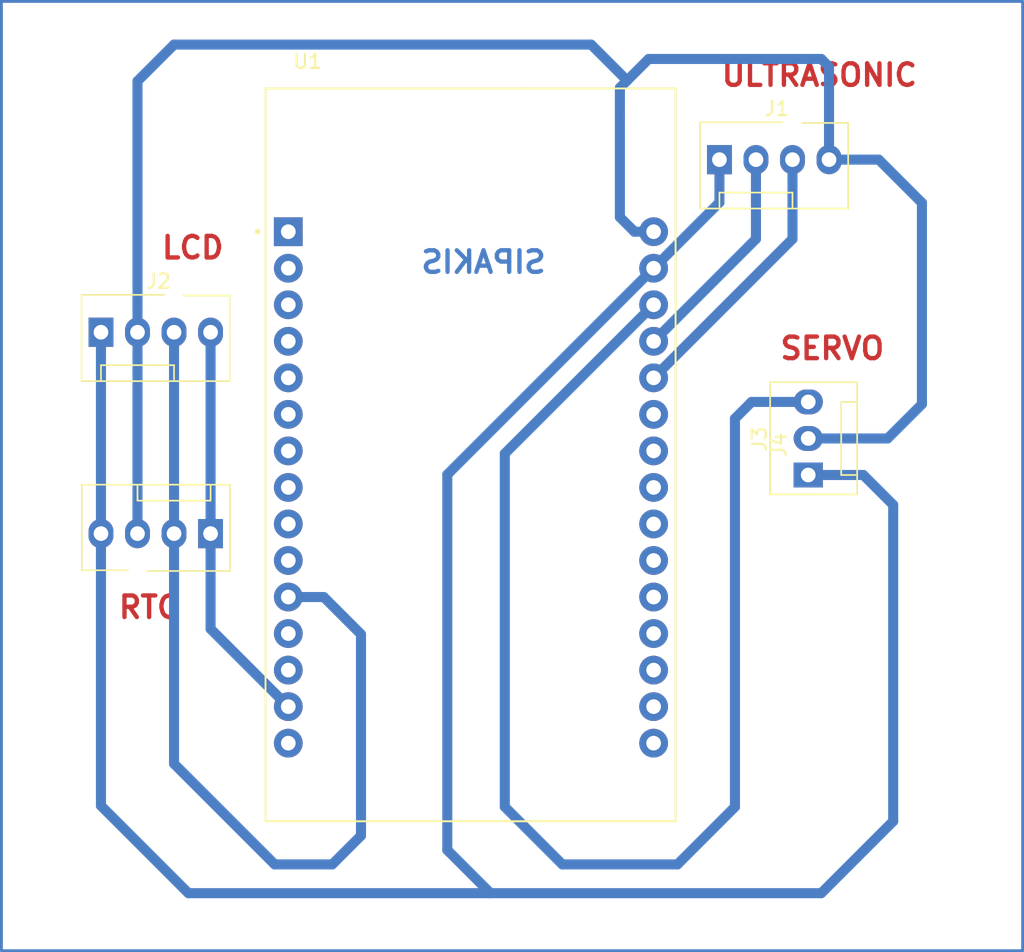
<source format=kicad_pcb>
(kicad_pcb (version 20241229) (generator "pcbnew") (generator_version "9.0")
  (layers (0 "F.Cu" signal) (2 "B.Cu" signal) (13 "F.Paste" user) (15 "B.Paste" user) (5 "F.SilkS" user "F.Silkscreen") (7 "B.SilkS" user "B.Silkscreen") (1 "F.Mask" user) (3 "B.Mask" user) (25 "Edge.Cuts" user))
  (net 0 "")
  (net 22 "Net-(J3-Pin_3)")
  (net 24 "Net-(J1-Pin_3)")
  (net 25 "Net-(J1-Pin_1)")
  (net 26 "Net-(J1-Pin_4)")
  (net 27 "Net-(J1-Pin_2)")
  (net 28 "Net-(J2-Pin_3)")
  (net 29 "Net-(J2-Pin_4)")
  (footprint "Connector:FanPinHeader_1x04_P2.54mm_Vertical" (layer "F.Cu") (at 88.92 73)
    (property "Reference" "J2" (at 4 -3.55 0) (layer "F.SilkS"))
    (property "Value" "Conn_01x04_Pin")
    (fp_line (start -1.35 -2.6) (end 4.4 -2.6) (stroke (width 0.12)) (layer "F.SilkS"))
    (fp_line (start -1.35 3.4) (end -1.35 -2.6) (stroke (width 0.12)) (layer "F.SilkS"))
    (fp_line (start 0 2.29) (end 5.08 2.29) (stroke (width 0.12)) (layer "F.SilkS"))
    (fp_line (start 0 3.3) (end 0 2.29) (stroke (width 0.12)) (layer "F.SilkS"))
    (fp_line (start 5.08 2.29) (end 5.08 3.3) (stroke (width 0.12)) (layer "F.SilkS"))
    (fp_line (start 5.75 -2.55) (end 8.95 -2.55) (stroke (width 0.12)) (layer "F.SilkS"))
    (fp_line (start 8.95 -2.55) (end 8.95 3.4) (stroke (width 0.12)) (layer "F.SilkS"))
    (fp_line (start 8.95 3.4) (end -1.35 3.4) (stroke (width 0.12)) (layer "F.SilkS"))
    (pad "" np_thru_hole circle (at 5.08 -2.16 90) (size 1.1 1.1) (drill 1.1) (layers "*.Cu" "*.Mask"))
    (pad "1" thru_hole rect (at 0 0 90) (size 2.03 1.73) (drill 1.02) (layers "*.Cu" "*.Mask") (net 25 "Net-(J1-Pin_1)"))
    (pad "2" thru_hole oval (at 2.54 0 90) (size 2.03 1.73) (drill 1.02) (layers "*.Cu" "*.Mask") (net 26 "Net-(J1-Pin_4)"))
    (pad "3" thru_hole oval (at 5.08 0 90) (size 2.03 1.73) (drill 1.02) (layers "*.Cu" "*.Mask") (net 28 "Net-(J2-Pin_3)"))
    (pad "4" thru_hole oval (at 7.62 0 90) (size 2.03 1.73) (drill 1.02) (layers "*.Cu" "*.Mask") (net 29 "Net-(J2-Pin_4)"))
  )
  (footprint "Connector:FanPinHeader_1x03_P2.54mm_Vertical" (layer "F.Cu") (at 138.095 82.925 90)
    (property "Reference" "J3" (at 2.5 -3.4 90) (layer "F.SilkS"))
    (property "Value" "Conn_01x03_Pin")
    (fp_line (start 6.45 -2.65) (end 6.45 3.4) (stroke (width 0.12)) (layer "F.SilkS"))
    (fp_line (start -1.35 -2.65) (end 6.45 -2.65) (stroke (width 0.12)) (layer "F.SilkS"))
    (fp_line (start 5.08 2.29) (end 5.08 3.3) (stroke (width 0.12)) (layer "F.SilkS"))
    (fp_line (start 0 2.29) (end 5.08 2.29) (stroke (width 0.12)) (layer "F.SilkS"))
    (fp_line (start 0 3.3) (end 0 2.29) (stroke (width 0.12)) (layer "F.SilkS"))
    (fp_line (start 6.45 3.4) (end -1.35 3.4) (stroke (width 0.12)) (layer "F.SilkS"))
    (fp_line (start -1.35 3.4) (end -1.35 -2.65) (stroke (width 0.12)) (layer "F.SilkS"))
    (pad "1" thru_hole rect (at 0 0 180) (size 2.03 1.73) (drill 1.02) (layers "*.Cu" "*.Mask") (net 25 "Net-(J1-Pin_1)"))
    (pad "2" thru_hole oval (at 2.54 0 180) (size 2.03 1.73) (drill 1.02) (layers "*.Cu" "*.Mask") (net 26 "Net-(J1-Pin_4)"))
    (pad "3" thru_hole oval (at 5.08 0 180) (size 2.03 1.73) (drill 1.02) (layers "*.Cu" "*.Mask") (net 22 "Net-(J3-Pin_3)"))
  )
  (footprint "Connector:FanPinHeader_1x04_P2.54mm_Vertical" (layer "F.Cu") (at 131.92 61)
    (property "Reference" "J1" (at 4 -3.55 0) (layer "F.SilkS"))
    (property "Value" "Conn_01x04_Pin")
    (fp_line (start -1.35 -2.6) (end 4.4 -2.6) (stroke (width 0.12)) (layer "F.SilkS"))
    (fp_line (start -1.35 3.4) (end -1.35 -2.6) (stroke (width 0.12)) (layer "F.SilkS"))
    (fp_line (start 0 2.29) (end 5.08 2.29) (stroke (width 0.12)) (layer "F.SilkS"))
    (fp_line (start 0 3.3) (end 0 2.29) (stroke (width 0.12)) (layer "F.SilkS"))
    (fp_line (start 5.08 2.29) (end 5.08 3.3) (stroke (width 0.12)) (layer "F.SilkS"))
    (fp_line (start 5.75 -2.55) (end 8.95 -2.55) (stroke (width 0.12)) (layer "F.SilkS"))
    (fp_line (start 8.95 -2.55) (end 8.95 3.4) (stroke (width 0.12)) (layer "F.SilkS"))
    (fp_line (start 8.95 3.4) (end -1.35 3.4) (stroke (width 0.12)) (layer "F.SilkS"))
    (pad "" np_thru_hole circle (at 5.08 -2.16 90) (size 1.1 1.1) (drill 1.1) (layers "*.Cu" "*.Mask"))
    (pad "1" thru_hole rect (at 0 0 90) (size 2.03 1.73) (drill 1.02) (layers "*.Cu" "*.Mask") (net 25 "Net-(J1-Pin_1)"))
    (pad "2" thru_hole oval (at 2.54 0 90) (size 2.03 1.73) (drill 1.02) (layers "*.Cu" "*.Mask") (net 27 "Net-(J1-Pin_2)"))
    (pad "3" thru_hole oval (at 5.08 0 90) (size 2.03 1.73) (drill 1.02) (layers "*.Cu" "*.Mask") (net 24 "Net-(J1-Pin_3)"))
    (pad "4" thru_hole oval (at 7.62 0 90) (size 2.03 1.73) (drill 1.02) (layers "*.Cu" "*.Mask") (net 26 "Net-(J1-Pin_4)"))
  )
  (footprint "ESP32-DEVKIT-V1 (1):MODULE_ESP32_DEVKIT_V1" (layer "F.Cu") (at 114.645 81.525)
    (property "Reference" "U1" (at -11.355 -27.36 0) (layer "F.SilkS"))
    (property "Value" "ESP32-DEVKIT-V1")
    (fp_line (start -14.28 -25.475) (end -3.211 -25.475) (stroke (width 0.127)) (layer "F.SilkS"))
    (fp_line (start -14.28 -25.475) (end 14.23 -25.475) (stroke (width 0.127)) (layer "F.SilkS"))
    (fp_line (start -14.28 25.475) (end -14.28 -25.475) (stroke (width 0.127)) (layer "F.SilkS"))
    (fp_line (start -14.28 25.475) (end -14.28 -25.475) (stroke (width 0.127)) (layer "F.SilkS"))
    (fp_line (start -14.28 25.475) (end -8.91 25.475) (stroke (width 0.127)) (layer "F.SilkS"))
    (fp_line (start -8.91 25.475) (end 8.78 25.475) (stroke (width 0.127)) (layer "F.SilkS"))
    (fp_line (start -3.211 -25.475) (end 3.5 -25.475) (stroke (width 0.127)) (layer "F.SilkS"))
    (fp_line (start 3.5 -25.475) (end 14.23 -25.475) (stroke (width 0.127)) (layer "F.SilkS"))
    (fp_line (start 8.78 25.475) (end 14.23 25.475) (stroke (width 0.127)) (layer "F.SilkS"))
    (fp_line (start 14.23 -25.475) (end 14.23 25.475) (stroke (width 0.127)) (layer "F.SilkS"))
    (fp_line (start 14.23 -25.475) (end 14.23 25.475) (stroke (width 0.127)) (layer "F.SilkS"))
    (fp_line (start 14.23 25.475) (end -14.28 25.475) (stroke (width 0.127)) (layer "F.SilkS"))
    (fp_circle (center -14.85 -15.515) (end -14.75 -15.515) (stroke (width 0.2)) (fill no) (layer "F.SilkS"))
    (pad "" np_thru_hole circle (at -12.28 -23.475) (size 3 3) (drill 3) (layers "*.Cu" "*.Mask"))
    (pad "" np_thru_hole circle (at -12.28 23.475) (size 3 3) (drill 3) (layers "*.Cu" "*.Mask"))
    (pad "" np_thru_hole circle (at 12.23 -23.475) (size 3 3) (drill 3) (layers "*.Cu" "*.Mask"))
    (pad "" np_thru_hole circle (at 12.23 23.475) (size 3 3) (drill 3) (layers "*.Cu" "*.Mask"))
    (pad "1" thru_hole rect (at -12.7 -15.515) (size 2 2) (drill 1.02) (layers "*.Cu" "*.Mask"))
    (pad "2" thru_hole circle (at -12.7 -12.975) (size 2 2) (drill 1.02) (layers "*.Cu" "*.Mask") (net 25 "Net-(J1-Pin_1)"))
    (pad "3" thru_hole circle (at -12.7 -10.435) (size 2 2) (drill 1.02) (layers "*.Cu" "*.Mask"))
    (pad "4" thru_hole circle (at -12.7 -7.895) (size 2 2) (drill 1.02) (layers "*.Cu" "*.Mask"))
    (pad "5" thru_hole circle (at -12.7 -5.355) (size 2 2) (drill 1.02) (layers "*.Cu" "*.Mask"))
    (pad "6" thru_hole circle (at -12.7 -2.815) (size 2 2) (drill 1.02) (layers "*.Cu" "*.Mask"))
    (pad "7" thru_hole circle (at -12.7 -0.275) (size 2 2) (drill 1.02) (layers "*.Cu" "*.Mask"))
    (pad "8" thru_hole circle (at -12.7 2.265) (size 2 2) (drill 1.02) (layers "*.Cu" "*.Mask"))
    (pad "9" thru_hole circle (at -12.7 4.805) (size 2 2) (drill 1.02) (layers "*.Cu" "*.Mask"))
    (pad "10" thru_hole circle (at -12.7 7.345) (size 2 2) (drill 1.02) (layers "*.Cu" "*.Mask"))
    (pad "11" thru_hole circle (at -12.7 9.885) (size 2 2) (drill 1.02) (layers "*.Cu" "*.Mask") (net 28 "Net-(J2-Pin_3)"))
    (pad "12" thru_hole circle (at -12.7 12.425) (size 2 2) (drill 1.02) (layers "*.Cu" "*.Mask"))
    (pad "13" thru_hole circle (at -12.7 14.965) (size 2 2) (drill 1.02) (layers "*.Cu" "*.Mask"))
    (pad "14" thru_hole circle (at -12.7 17.505) (size 2 2) (drill 1.02) (layers "*.Cu" "*.Mask") (net 29 "Net-(J2-Pin_4)"))
    (pad "15" thru_hole circle (at -12.7 20.045) (size 2 2) (drill 1.02) (layers "*.Cu" "*.Mask"))
    (pad "16" thru_hole circle (at 12.7 20.045) (size 2 2) (drill 1.02) (layers "*.Cu" "*.Mask"))
    (pad "17" thru_hole circle (at 12.7 17.505) (size 2 2) (drill 1.02) (layers "*.Cu" "*.Mask"))
    (pad "18" thru_hole circle (at 12.7 14.965) (size 2 2) (drill 1.02) (layers "*.Cu" "*.Mask"))
    (pad "19" thru_hole circle (at 12.7 12.425) (size 2 2) (drill 1.02) (layers "*.Cu" "*.Mask"))
    (pad "20" thru_hole circle (at 12.7 9.885) (size 2 2) (drill 1.02) (layers "*.Cu" "*.Mask"))
    (pad "21" thru_hole circle (at 12.7 7.345) (size 2 2) (drill 1.02) (layers "*.Cu" "*.Mask"))
    (pad "22" thru_hole circle (at 12.7 4.805) (size 2 2) (drill 1.02) (layers "*.Cu" "*.Mask"))
    (pad "23" thru_hole circle (at 12.7 2.265) (size 2 2) (drill 1.02) (layers "*.Cu" "*.Mask"))
    (pad "24" thru_hole circle (at 12.7 -0.275) (size 2 2) (drill 1.02) (layers "*.Cu" "*.Mask"))
    (pad "25" thru_hole circle (at 12.7 -2.815) (size 2 2) (drill 1.02) (layers "*.Cu" "*.Mask"))
    (pad "26" thru_hole circle (at 12.7 -5.355) (size 2 2) (drill 1.02) (layers "*.Cu" "*.Mask") (net 24 "Net-(J1-Pin_3)"))
    (pad "27" thru_hole circle (at 12.7 -7.895) (size 2 2) (drill 1.02) (layers "*.Cu" "*.Mask") (net 27 "Net-(J1-Pin_2)"))
    (pad "28" thru_hole circle (at 12.7 -10.435) (size 2 2) (drill 1.02) (layers "*.Cu" "*.Mask") (net 22 "Net-(J3-Pin_3)"))
    (pad "29" thru_hole circle (at 12.7 -12.975) (size 2 2) (drill 1.02) (layers "*.Cu" "*.Mask") (net 25 "Net-(J1-Pin_1)"))
    (pad "30" thru_hole circle (at 12.7 -15.515) (size 2 2) (drill 1.02) (layers "*.Cu" "*.Mask") (net 26 "Net-(J1-Pin_4)"))
  )
  (footprint "Connector:FanPinHeader_1x04_P2.54mm_Vertical" (layer "F.Cu") (at 96.54 87 180)
    (property "Reference" "J4" (at -39.53 6.165 90) (layer "F.SilkS"))
    (property "Value" "Conn_01x04_Pin")
    (fp_line (start 8.95 3.4) (end -1.35 3.4) (stroke (width 0.12)) (layer "F.SilkS"))
    (fp_line (start 8.95 -2.55) (end 8.95 3.4) (stroke (width 0.12)) (layer "F.SilkS"))
    (fp_line (start 5.75 -2.55) (end 8.95 -2.55) (stroke (width 0.12)) (layer "F.SilkS"))
    (fp_line (start 5.08 2.29) (end 5.08 3.3) (stroke (width 0.12)) (layer "F.SilkS"))
    (fp_line (start 0 3.3) (end 0 2.29) (stroke (width 0.12)) (layer "F.SilkS"))
    (fp_line (start 0 2.29) (end 5.08 2.29) (stroke (width 0.12)) (layer "F.SilkS"))
    (fp_line (start -1.35 3.4) (end -1.35 -2.6) (stroke (width 0.12)) (layer "F.SilkS"))
    (fp_line (start -1.35 -2.6) (end 4.4 -2.6) (stroke (width 0.12)) (layer "F.SilkS"))
    (pad "" np_thru_hole circle (at 5.08 -2.16 270) (size 1.1 1.1) (drill 1.1) (layers "*.Cu" "*.Mask"))
    (pad "1" thru_hole rect (at 0 0 270) (size 2.03 1.73) (drill 1.02) (layers "*.Cu" "*.Mask") (net 29 "Net-(J2-Pin_4)"))
    (pad "2" thru_hole oval (at 2.54 0 270) (size 2.03 1.73) (drill 1.02) (layers "*.Cu" "*.Mask") (net 28 "Net-(J2-Pin_3)"))
    (pad "3" thru_hole oval (at 5.08 0 270) (size 2.03 1.73) (drill 1.02) (layers "*.Cu" "*.Mask") (net 26 "Net-(J1-Pin_4)"))
    (pad "4" thru_hole oval (at 7.62 0 270) (size 2.03 1.73) (drill 1.02) (layers "*.Cu" "*.Mask") (net 25 "Net-(J1-Pin_1)"))
  )
  (gr_rect (start 82 50) (end 153 116) (stroke (width 0.2)) (fill no) (layer "B.Cu"))
  (gr_text "ULTRASONIC\n" (at 131.92 56 0) (layer "F.Cu") (effects (font (size 1.5 1.5) (thickness 0.3) (bold yes)) (justify left bottom)))
  (gr_text "LCD" (at 93 68 0) (layer "F.Cu") (effects (font (size 1.5 1.5) (thickness 0.3) (bold yes)) (justify left bottom)))
  (gr_text "RTC" (at 90 93 0) (layer "F.Cu") (effects (font (size 1.5 1.5) (thickness 0.3) (bold yes)) (justify left bottom)))
  (gr_text "SERVO\n" (at 136 75 0) (layer "F.Cu") (effects (font (size 1.5 1.5) (thickness 0.3) (bold yes)) (justify left bottom)))
  (gr_text "SIPAKIS" (at 120 69 0) (layer "B.Cu") (effects (font (size 1.5 1.5) (thickness 0.3) (bold yes)) (justify left bottom mirror)))
  (segment (start 133 79) (end 133 106) (width 0.7) (layer "B.Cu") (net 22))
  (segment (start 133 106) (end 129 110) (width 0.7) (layer "B.Cu") (net 22))
  (segment (start 117 106) (end 117 81.435) (width 0.7) (layer "B.Cu") (net 22))
  (segment (start 138.095 77.845) (end 134.155 77.845) (width 0.7) (layer "B.Cu") (net 22))
  (segment (start 117 81.435) (end 127.345 71.09) (width 0.7) (layer "B.Cu") (net 22))
  (segment (start 121 110) (end 117 106) (width 0.7) (layer "B.Cu") (net 22))
  (segment (start 129 110) (end 121 110) (width 0.7) (layer "B.Cu") (net 22))
  (segment (start 134.155 77.845) (end 133 79) (width 0.7) (layer "B.Cu") (net 22))
  (segment (start 137 66.515) (end 127.345 76.17) (width 0.7) (layer "B.Cu") (net 24))
  (segment (start 137 61) (end 137 66.515) (width 0.7) (layer "B.Cu") (net 24))
  (segment (start 95 112) (end 88.92 105.92) (width 0.7) (layer "B.Cu") (net 25))
  (segment (start 116 112) (end 95 112) (width 0.7) (layer "B.Cu") (net 25))
  (segment (start 139 112) (end 116 112) (width 0.7) (layer "B.Cu") (net 25))
  (segment (start 131.92 61) (end 131.92 63.975) (width 0.7) (layer "B.Cu") (net 25))
  (segment (start 131.92 63.975) (end 127.345 68.55) (width 0.7) (layer "B.Cu") (net 25))
  (segment (start 127.345 68.55) (end 113 82.895) (width 0.7) (layer "B.Cu") (net 25))
  (segment (start 88.92 105.92) (end 88.92 87) (width 0.7) (layer "B.Cu") (net 25))
  (segment (start 141.925 82.925) (end 144 85) (width 0.7) (layer "B.Cu") (net 25))
  (segment (start 88.92 87) (end 88.92 73) (width 0.7) (layer "B.Cu") (net 25))
  (segment (start 113 82.895) (end 113 109) (width 0.7) (layer "B.Cu") (net 25))
  (segment (start 144 85) (end 144 107) (width 0.7) (layer "B.Cu") (net 25))
  (segment (start 138.095 82.925) (end 141.925 82.925) (width 0.7) (layer "B.Cu") (net 25))
  (segment (start 113 109) (end 116 112) (width 0.7) (layer "B.Cu") (net 25))
  (segment (start 144 107) (end 139 112) (width 0.7) (layer "B.Cu") (net 25))
  (segment (start 91.46 73) (end 91.46 55.54) (width 0.7) (layer "B.Cu") (net 26))
  (segment (start 138.095 80.385) (end 143.615 80.385) (width 0.7) (layer "B.Cu") (net 26))
  (segment (start 91.46 87) (end 91.46 73) (width 0.7) (layer "B.Cu") (net 26))
  (segment (start 146 78) (end 146 64) (width 0.7) (layer "B.Cu") (net 26))
  (segment (start 143 61) (end 139.54 61) (width 0.7) (layer "B.Cu") (net 26))
  (segment (start 91.46 55.54) (end 94 53) (width 0.7) (layer "B.Cu") (net 26))
  (segment (start 126.01 66.01) (end 127.345 66.01) (width 0.7) (layer "B.Cu") (net 26))
  (segment (start 94 53) (end 123 53) (width 0.7) (layer "B.Cu") (net 26))
  (segment (start 139.54 54.54) (end 139 54) (width 0.7) (layer "B.Cu") (net 26))
  (segment (start 139 54) (end 127 54) (width 0.7) (layer "B.Cu") (net 26))
  (segment (start 139.54 61) (end 139.54 54.54) (width 0.7) (layer "B.Cu") (net 26))
  (segment (start 127 54) (end 125.5 55.5) (width 0.7) (layer "B.Cu") (net 26))
  (segment (start 143.615 80.385) (end 146 78) (width 0.7) (layer "B.Cu") (net 26))
  (segment (start 125 56) (end 125 65) (width 0.7) (layer "B.Cu") (net 26))
  (segment (start 125.5 55.5) (end 125 56) (width 0.7) (layer "B.Cu") (net 26))
  (segment (start 125 65) (end 126.01 66.01) (width 0.7) (layer "B.Cu") (net 26))
  (segment (start 123 53) (end 125.5 55.5) (width 0.7) (layer "B.Cu") (net 26))
  (segment (start 146 64) (end 143 61) (width 0.7) (layer "B.Cu") (net 26))
  (segment (start 134.46 61) (end 134.46 66.515) (width 0.7) (layer "B.Cu") (net 27))
  (segment (start 134.46 66.515) (end 127.345 73.63) (width 0.7) (layer "B.Cu") (net 27))
  (segment (start 104.41 91.41) (end 101.945 91.41) (width 0.7) (layer "B.Cu") (net 28))
  (segment (start 101 110) (end 105 110) (width 0.7) (layer "B.Cu") (net 28))
  (segment (start 105 110) (end 107 108) (width 0.7) (layer "B.Cu") (net 28))
  (segment (start 107 108) (end 107 94) (width 0.7) (layer "B.Cu") (net 28))
  (segment (start 94 103) (end 101 110) (width 0.7) (layer "B.Cu") (net 28))
  (segment (start 107 94) (end 104.41 91.41) (width 0.7) (layer "B.Cu") (net 28))
  (segment (start 94 87) (end 94 103) (width 0.7) (layer "B.Cu") (net 28))
  (segment (start 94 87) (end 94 73) (width 0.7) (layer "B.Cu") (net 28))
  (segment (start 96.54 87) (end 96.54 73) (width 0.7) (layer "B.Cu") (net 29))
  (segment (start 96.54 93.625) (end 101.945 99.03) (width 0.7) (layer "B.Cu") (net 29))
  (segment (start 96.54 87) (end 96.54 93.625) (width 0.7) (layer "B.Cu") (net 29))
)
</source>
